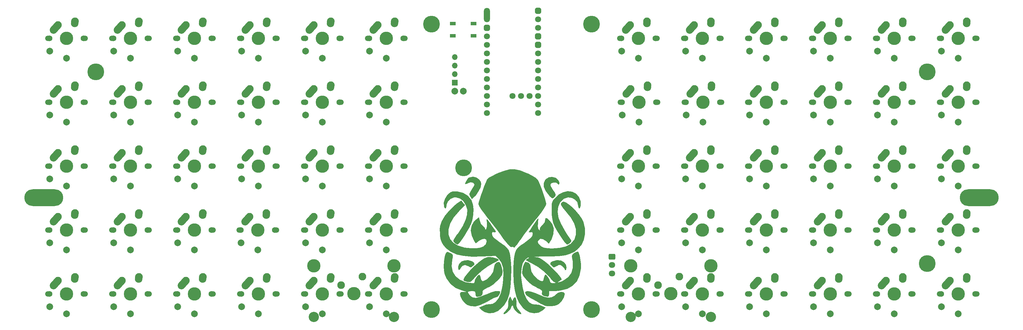
<source format=gbr>
%TF.GenerationSoftware,KiCad,Pcbnew,7.0.8-unknown-202310192121~e85eec2e6b~ubuntu22.04.1*%
%TF.CreationDate,2023-11-07T13:39:59+08:00*%
%TF.ProjectId,Cthulhu,43746875-6c68-4752-9e6b-696361645f70,rev?*%
%TF.SameCoordinates,Original*%
%TF.FileFunction,Soldermask,Top*%
%TF.FilePolarity,Negative*%
%FSLAX46Y46*%
G04 Gerber Fmt 4.6, Leading zero omitted, Abs format (unit mm)*
G04 Created by KiCad (PCBNEW 7.0.8-unknown-202310192121~e85eec2e6b~ubuntu22.04.1) date 2023-11-07 13:39:59*
%MOMM*%
%LPD*%
G01*
G04 APERTURE LIST*
G04 Aperture macros list*
%AMRoundRect*
0 Rectangle with rounded corners*
0 $1 Rounding radius*
0 $2 $3 $4 $5 $6 $7 $8 $9 X,Y pos of 4 corners*
0 Add a 4 corners polygon primitive as box body*
4,1,4,$2,$3,$4,$5,$6,$7,$8,$9,$2,$3,0*
0 Add four circle primitives for the rounded corners*
1,1,$1+$1,$2,$3*
1,1,$1+$1,$4,$5*
1,1,$1+$1,$6,$7*
1,1,$1+$1,$8,$9*
0 Add four rect primitives between the rounded corners*
20,1,$1+$1,$2,$3,$4,$5,0*
20,1,$1+$1,$4,$5,$6,$7,0*
20,1,$1+$1,$6,$7,$8,$9,0*
20,1,$1+$1,$8,$9,$2,$3,0*%
%AMHorizOval*
0 Thick line with rounded ends*
0 $1 width*
0 $2 $3 position (X,Y) of the first rounded end (center of the circle)*
0 $4 $5 position (X,Y) of the second rounded end (center of the circle)*
0 Add line between two ends*
20,1,$1,$2,$3,$4,$5,0*
0 Add two circle primitives to create the rounded ends*
1,1,$1,$2,$3*
1,1,$1,$4,$5*%
G04 Aperture macros list end*
%ADD10O,11.600000X5.000000*%
%ADD11C,5.000000*%
%ADD12C,1.700000*%
%ADD13C,1.750000*%
%ADD14C,3.987800*%
%ADD15C,2.000000*%
%ADD16HorizOval,2.250000X0.019771X0.290016X-0.019771X-0.290016X0*%
%ADD17C,2.250000*%
%ADD18HorizOval,2.250000X0.654995X0.730004X-0.654995X-0.730004X0*%
%ADD19C,3.048000*%
%ADD20C,2.286000*%
%ADD21R,1.800000X1.100000*%
%ADD22R,1.700000X1.700000*%
%ADD23O,1.700000X1.700000*%
%ADD24RoundRect,0.250000X-0.725000X0.600000X-0.725000X-0.600000X0.725000X-0.600000X0.725000X0.600000X0*%
%ADD25O,1.950000X1.700000*%
%ADD26C,1.800000*%
%ADD27RoundRect,0.450000X0.450000X0.450000X-0.450000X0.450000X-0.450000X-0.450000X0.450000X-0.450000X0*%
%ADD28O,1.800000X4.340000*%
G04 APERTURE END LIST*
%TO.C,G\u002A\u002A\u002A*%
G36*
X180359548Y-125920908D02*
G01*
X180361616Y-125921850D01*
X180972219Y-126353293D01*
X181016088Y-126859077D01*
X180558842Y-127427429D01*
X180155567Y-127728123D01*
X179773296Y-127728793D01*
X179164510Y-127424720D01*
X179121188Y-127400005D01*
X178222968Y-127092470D01*
X177498318Y-127324910D01*
X176898997Y-128113275D01*
X176885798Y-128139072D01*
X176582348Y-128540769D01*
X176380684Y-128567748D01*
X176239535Y-128164203D01*
X176189970Y-127580180D01*
X176445218Y-126717815D01*
X177122496Y-126067955D01*
X178089108Y-125683350D01*
X179212357Y-125616751D01*
X180359548Y-125920908D01*
G37*
G36*
X206791791Y-125708500D02*
G01*
X207759607Y-126247790D01*
X207808772Y-126295354D01*
X208292498Y-126999787D01*
X208509105Y-127768459D01*
X208422162Y-128399857D01*
X208228607Y-128617565D01*
X207980485Y-128553379D01*
X207939970Y-128352617D01*
X207717547Y-127893842D01*
X207182743Y-127413127D01*
X207182389Y-127412895D01*
X206626643Y-127100596D01*
X206187435Y-127099380D01*
X205565466Y-127409705D01*
X205555563Y-127415387D01*
X204940412Y-127728092D01*
X204556352Y-127731417D01*
X204148496Y-127427542D01*
X204148372Y-127427429D01*
X203674359Y-126816174D01*
X203762050Y-126317655D01*
X204345597Y-125921850D01*
X205596108Y-125593632D01*
X206791791Y-125708500D01*
G37*
G36*
X186500046Y-124800644D02*
G01*
X187398707Y-125004775D01*
X188059770Y-125281044D01*
X188312698Y-125573085D01*
X188074359Y-125784219D01*
X187452570Y-126154993D01*
X186670946Y-126560453D01*
X185053530Y-127492670D01*
X183420688Y-128672262D01*
X181964463Y-129947873D01*
X180952470Y-131067413D01*
X180315086Y-131800875D01*
X179748337Y-132117549D01*
X179041117Y-132104496D01*
X178643380Y-132019702D01*
X178039065Y-131789609D01*
X177804675Y-131633002D01*
X177811830Y-131269114D01*
X178178638Y-130607368D01*
X178833544Y-129733706D01*
X179704992Y-128734069D01*
X180721425Y-127694400D01*
X181811288Y-126700640D01*
X182140596Y-126425353D01*
X183171597Y-125606846D01*
X183916746Y-125100205D01*
X184520745Y-124832760D01*
X185128296Y-124731841D01*
X185534381Y-124720974D01*
X186500046Y-124800644D01*
G37*
G36*
X205241848Y-101069922D02*
G01*
X206015602Y-101743776D01*
X206346840Y-102423815D01*
X206354955Y-102938614D01*
X206100527Y-103078132D01*
X205775198Y-102784610D01*
X205339398Y-102538600D01*
X204662126Y-102506097D01*
X204021162Y-102665502D01*
X203708518Y-102945308D01*
X203769741Y-103443189D01*
X204144011Y-104205666D01*
X204439168Y-104652153D01*
X205026208Y-105511618D01*
X205279874Y-106066924D01*
X205224979Y-106466622D01*
X204886334Y-106859262D01*
X204818232Y-106921636D01*
X204462365Y-107180831D01*
X204141544Y-107141782D01*
X203684237Y-106748516D01*
X203407364Y-106461258D01*
X202317746Y-105082398D01*
X201735815Y-103796952D01*
X201670086Y-102643230D01*
X202129075Y-101659544D01*
X202298441Y-101472626D01*
X203222788Y-100896642D01*
X204257416Y-100774976D01*
X205241848Y-101069922D01*
G37*
G36*
X181653647Y-101000154D02*
G01*
X182507509Y-101562131D01*
X183026668Y-102373094D01*
X183117243Y-102927307D01*
X182909179Y-103933036D01*
X182357707Y-105090712D01*
X181571910Y-106193818D01*
X181165354Y-106622679D01*
X180315142Y-107430066D01*
X179840014Y-106704928D01*
X179588607Y-106260339D01*
X179556721Y-105871165D01*
X179778788Y-105353219D01*
X180230837Y-104614327D01*
X180780248Y-103717498D01*
X181028685Y-103169501D01*
X180997178Y-102840046D01*
X180706753Y-102598844D01*
X180568498Y-102522188D01*
X179898111Y-102415798D01*
X179226691Y-102661513D01*
X178630585Y-102918880D01*
X178297063Y-102966142D01*
X178290516Y-102960914D01*
X178305107Y-102622519D01*
X178575769Y-102051281D01*
X178979078Y-101449358D01*
X179391613Y-101018911D01*
X179522220Y-100943451D01*
X180610184Y-100767237D01*
X181653647Y-101000154D01*
G37*
G36*
X197962717Y-134987669D02*
G01*
X199218549Y-135406852D01*
X200187285Y-135833474D01*
X201785752Y-136510086D01*
X203032211Y-136813297D01*
X204012764Y-136745609D01*
X204813513Y-136309526D01*
X205152441Y-135977792D01*
X205910396Y-135334741D01*
X206758932Y-135116013D01*
X206931970Y-135111883D01*
X207625202Y-135175285D01*
X207905299Y-135426553D01*
X207939970Y-135703489D01*
X207710420Y-136676259D01*
X207094586Y-137745899D01*
X206375942Y-138557387D01*
X205708170Y-139021812D01*
X204835637Y-139273472D01*
X203967267Y-139362508D01*
X202938977Y-139379107D01*
X202132627Y-139231467D01*
X201273882Y-138850127D01*
X200724061Y-138541359D01*
X199615204Y-137908167D01*
X198471161Y-137272371D01*
X197851906Y-136937915D01*
X197060422Y-136473975D01*
X196488784Y-136057647D01*
X196340985Y-135901059D01*
X196117981Y-135286271D01*
X196353334Y-134928417D01*
X196987945Y-134828537D01*
X197962717Y-134987669D01*
G37*
G36*
X192071942Y-137145363D02*
G01*
X192439708Y-137832541D01*
X192694093Y-137144874D01*
X192975195Y-136694593D01*
X193247201Y-136743634D01*
X193458177Y-137215640D01*
X193556194Y-138034252D01*
X193553478Y-138408496D01*
X193598844Y-139351271D01*
X193898004Y-140081545D01*
X194402091Y-140728118D01*
X194909477Y-141356247D01*
X195027480Y-141670238D01*
X194814714Y-141750519D01*
X194271571Y-141536342D01*
X193611065Y-141014229D01*
X193016346Y-140364811D01*
X192670565Y-139768717D01*
X192642243Y-139607949D01*
X192493044Y-139209801D01*
X192353607Y-139152792D01*
X192101123Y-139388067D01*
X192064970Y-139607949D01*
X191847804Y-140143616D01*
X191318405Y-140795031D01*
X190659924Y-141381565D01*
X190055512Y-141722587D01*
X189892500Y-141750519D01*
X189681449Y-141654351D01*
X189829907Y-141314576D01*
X190333751Y-140695512D01*
X190921259Y-139924033D01*
X191141075Y-139286245D01*
X191113593Y-138737938D01*
X191124017Y-137859624D01*
X191335651Y-137146778D01*
X191704175Y-136458185D01*
X192071942Y-137145363D01*
G37*
G36*
X175955260Y-105153487D02*
G01*
X177666555Y-105546222D01*
X179100169Y-106434264D01*
X180197877Y-107779637D01*
X180320520Y-108000587D01*
X180648248Y-109057791D01*
X180771945Y-110468356D01*
X180700472Y-112049061D01*
X180442685Y-113616684D01*
X180007445Y-114988003D01*
X179979617Y-115051655D01*
X179507277Y-116001118D01*
X178884121Y-117099964D01*
X178183269Y-118237381D01*
X177477836Y-119302556D01*
X176840941Y-120184678D01*
X176345700Y-120772934D01*
X176081421Y-120959521D01*
X175604481Y-120790518D01*
X175251902Y-120566906D01*
X174845565Y-120142770D01*
X174746789Y-119899761D01*
X174903222Y-119549530D01*
X175321023Y-118856805D01*
X175922940Y-117946622D01*
X176204520Y-117540318D01*
X177547833Y-115453171D01*
X178436286Y-113642260D01*
X178886150Y-112050234D01*
X178913697Y-110619745D01*
X178540789Y-109306035D01*
X177750496Y-108050176D01*
X176724803Y-107235909D01*
X175546580Y-106919022D01*
X175035425Y-106946292D01*
X173987815Y-107346873D01*
X173180020Y-108115596D01*
X172756875Y-109096090D01*
X172726334Y-109439342D01*
X172615488Y-110108415D01*
X172358876Y-110251341D01*
X172070384Y-109852702D01*
X171972389Y-109541416D01*
X171949922Y-108424195D01*
X172326998Y-107217509D01*
X173019402Y-106146890D01*
X173367178Y-105806093D01*
X173971166Y-105361353D01*
X174555183Y-105151660D01*
X175351564Y-105118428D01*
X175955260Y-105153487D01*
G37*
G36*
X210172272Y-105196962D02*
G01*
X211330482Y-105798410D01*
X211362194Y-105824738D01*
X212214953Y-106856525D01*
X212692096Y-108104736D01*
X212715564Y-109359695D01*
X212702251Y-109424246D01*
X212456511Y-110100518D01*
X212194966Y-110251117D01*
X212012779Y-109874051D01*
X211980880Y-109439342D01*
X211729143Y-108382719D01*
X211063320Y-107572272D01*
X210117495Y-107073191D01*
X209025751Y-106950667D01*
X207922168Y-107269891D01*
X207737506Y-107376227D01*
X206643803Y-108374160D01*
X206004903Y-109678094D01*
X205828610Y-111228743D01*
X206122730Y-112966819D01*
X206784134Y-114618701D01*
X207467372Y-115884223D01*
X208265125Y-117234955D01*
X208845382Y-118138659D01*
X209403795Y-118989019D01*
X209803801Y-119649926D01*
X209960361Y-119980724D01*
X209960425Y-119982975D01*
X209738542Y-120322362D01*
X209243609Y-120705181D01*
X208731705Y-120944060D01*
X208625792Y-120959521D01*
X208335468Y-120736682D01*
X207827198Y-120131583D01*
X207187701Y-119252293D01*
X206838102Y-118731769D01*
X205776978Y-117054514D01*
X205021614Y-115692304D01*
X204522052Y-114505535D01*
X204228331Y-113354604D01*
X204090492Y-112099904D01*
X204059093Y-110966247D01*
X204062690Y-109698602D01*
X204116529Y-108847409D01*
X204257896Y-108251990D01*
X204524075Y-107751671D01*
X204929811Y-107213974D01*
X206097319Y-106096958D01*
X207438415Y-105371565D01*
X208835824Y-105063123D01*
X210172272Y-105196962D01*
G37*
G36*
X194703002Y-98898752D02*
G01*
X196532196Y-99611979D01*
X197022033Y-99836168D01*
X198166165Y-100418773D01*
X199139420Y-101002001D01*
X199797369Y-101495331D01*
X199962280Y-101678932D01*
X200298420Y-102333702D01*
X200726928Y-103358378D01*
X201196374Y-104604596D01*
X201655327Y-105923993D01*
X202052358Y-107168205D01*
X202336037Y-108188869D01*
X202454932Y-108837622D01*
X202455793Y-108872118D01*
X202294593Y-109389099D01*
X201798926Y-110238885D01*
X200950816Y-111448318D01*
X199732287Y-113044238D01*
X199266215Y-113634618D01*
X198085466Y-115139359D01*
X196900131Y-116682554D01*
X195812440Y-118128875D01*
X194924624Y-119342994D01*
X194530981Y-119902869D01*
X193820736Y-120879905D01*
X193247322Y-121555927D01*
X192878073Y-121856055D01*
X192789537Y-121839424D01*
X192389537Y-121648691D01*
X192076459Y-121686645D01*
X191763784Y-121651919D01*
X191344292Y-121329536D01*
X190758865Y-120657814D01*
X189948384Y-119575073D01*
X189643793Y-119148578D01*
X188719395Y-117876800D01*
X187567863Y-116340558D01*
X186327622Y-114722164D01*
X185137099Y-113203928D01*
X184989832Y-113019204D01*
X184016333Y-111761732D01*
X183199589Y-110631397D01*
X182601863Y-109720061D01*
X182285421Y-109119591D01*
X182251334Y-108978863D01*
X182352907Y-108412452D01*
X182624602Y-107458955D01*
X183016884Y-106255338D01*
X183480219Y-104938569D01*
X183965070Y-103645615D01*
X184421903Y-102513445D01*
X184801183Y-101679026D01*
X185026609Y-101305057D01*
X185463332Y-100992780D01*
X186295889Y-100531540D01*
X187387143Y-99994152D01*
X188141690Y-99651056D01*
X189998431Y-98929071D01*
X191600986Y-98560734D01*
X193114221Y-98549482D01*
X194703002Y-98898752D01*
G37*
G36*
X173556115Y-123355218D02*
G01*
X174256692Y-123696536D01*
X174595189Y-124070184D01*
X174640207Y-124649701D01*
X174460347Y-125608627D01*
X174455490Y-125630354D01*
X174296883Y-127460653D01*
X174655192Y-129080820D01*
X175493137Y-130442300D01*
X176773434Y-131496537D01*
X178458800Y-132194976D01*
X179673347Y-132425979D01*
X180521465Y-132503073D01*
X180944335Y-132444021D01*
X181086177Y-132207284D01*
X181096789Y-132016012D01*
X181255395Y-131450324D01*
X181636486Y-130773378D01*
X182097968Y-130193510D01*
X182497747Y-129919055D01*
X182528797Y-129916428D01*
X182731340Y-130168483D01*
X182925822Y-130788817D01*
X182953881Y-130926655D01*
X183152872Y-131626545D01*
X183478292Y-131886085D01*
X184045747Y-131732536D01*
X184728284Y-131345061D01*
X185828339Y-130380796D01*
X186599534Y-129130903D01*
X186923581Y-127788349D01*
X186924688Y-127761891D01*
X187163173Y-126801800D01*
X187778431Y-126270395D01*
X188403775Y-126164155D01*
X188707281Y-126422272D01*
X189019952Y-127082165D01*
X189284724Y-127972151D01*
X189444533Y-128920545D01*
X189467243Y-129363691D01*
X189232771Y-130119137D01*
X188604009Y-131037561D01*
X187692939Y-132004575D01*
X186611543Y-132905790D01*
X185471801Y-133626818D01*
X185131644Y-133792504D01*
X184186004Y-134240503D01*
X183673611Y-134574261D01*
X183490174Y-134890005D01*
X183528327Y-135271821D01*
X183451471Y-135938751D01*
X182902826Y-136390748D01*
X181981673Y-136555065D01*
X181546933Y-136426487D01*
X181392759Y-135938767D01*
X181385425Y-135691233D01*
X181342833Y-135139715D01*
X181104910Y-134902828D01*
X180506431Y-134863426D01*
X180230880Y-134872641D01*
X179419069Y-134947633D01*
X179133459Y-135158835D01*
X179324585Y-135613885D01*
X179674556Y-136083185D01*
X180433946Y-136681874D01*
X181457775Y-136850470D01*
X182783291Y-136587070D01*
X184447742Y-135889768D01*
X184560425Y-135833474D01*
X186096051Y-135168590D01*
X187352917Y-134847836D01*
X187713205Y-134823246D01*
X188441333Y-134844457D01*
X188716162Y-134990408D01*
X188661665Y-135384574D01*
X188564400Y-135671036D01*
X188050960Y-136435706D01*
X187497028Y-136690204D01*
X186896534Y-136915770D01*
X185977376Y-137365204D01*
X184908824Y-137953895D01*
X184573590Y-138151505D01*
X182857042Y-139026460D01*
X181365838Y-139430982D01*
X180010201Y-139378315D01*
X178905045Y-138987735D01*
X178137119Y-138387684D01*
X177428048Y-137475407D01*
X176924386Y-136474780D01*
X176767243Y-135722015D01*
X176865162Y-135311591D01*
X177263167Y-135129355D01*
X177849630Y-135087336D01*
X178438466Y-135065764D01*
X178577386Y-135014047D01*
X178228294Y-134897179D01*
X177425643Y-134697732D01*
X175497678Y-133953981D01*
X173919655Y-132760476D01*
X172732011Y-131154750D01*
X172154327Y-129804763D01*
X171967215Y-128786670D01*
X171912083Y-127457410D01*
X171978607Y-126037286D01*
X172156466Y-124746606D01*
X172435338Y-123805673D01*
X172435414Y-123805510D01*
X172753102Y-123281604D01*
X173136841Y-123205245D01*
X173556115Y-123355218D01*
G37*
G36*
X177673438Y-108535411D02*
G01*
X178224191Y-109215563D01*
X176482197Y-111029670D01*
X174908659Y-112923537D01*
X173868286Y-114739136D01*
X173349268Y-116438646D01*
X173339798Y-117984243D01*
X173828066Y-119338106D01*
X174802263Y-120462412D01*
X176250581Y-121319340D01*
X178161210Y-121871067D01*
X179927214Y-122063541D01*
X181604338Y-122079907D01*
X182822214Y-121933939D01*
X183682770Y-121598663D01*
X184287936Y-121047107D01*
X184407559Y-120877936D01*
X184719965Y-120105891D01*
X184587988Y-119559605D01*
X184116268Y-119286457D01*
X183409445Y-119333830D01*
X182572159Y-119749102D01*
X182329497Y-119936996D01*
X181497460Y-120637109D01*
X181084846Y-120009155D01*
X180275411Y-118386236D01*
X179982261Y-116816299D01*
X180200476Y-115365883D01*
X180925140Y-114101530D01*
X181566925Y-113486457D01*
X182395652Y-112834562D01*
X182644198Y-113885308D01*
X183012298Y-114752012D01*
X183565264Y-115376463D01*
X183582266Y-115387846D01*
X184091833Y-115872574D01*
X184280566Y-116311556D01*
X184330818Y-116595523D01*
X184520287Y-116382438D01*
X184603538Y-116242634D01*
X184770762Y-115578171D01*
X184763084Y-114607147D01*
X184736309Y-114378159D01*
X184657772Y-113740175D01*
X184669730Y-113410004D01*
X184822673Y-113422408D01*
X185167095Y-113812154D01*
X185753486Y-114614004D01*
X186388961Y-115516029D01*
X187036994Y-116453121D01*
X187377586Y-117008946D01*
X187441186Y-117270289D01*
X187258244Y-117323935D01*
X187010099Y-117286358D01*
X186467327Y-117277608D01*
X186295335Y-117606710D01*
X186292243Y-117704885D01*
X186395440Y-118267854D01*
X186757652Y-118825568D01*
X187457813Y-119462334D01*
X188574859Y-120262457D01*
X188873011Y-120461256D01*
X189928805Y-121206963D01*
X190710610Y-121918522D01*
X191261931Y-122701877D01*
X191626268Y-123662970D01*
X191847126Y-124907745D01*
X191968007Y-126542146D01*
X192020155Y-128125582D01*
X192012934Y-131142987D01*
X191823556Y-133669686D01*
X191437975Y-135767224D01*
X190842143Y-137497147D01*
X190022015Y-138921002D01*
X189380299Y-139692323D01*
X188093469Y-140741104D01*
X186710427Y-141338650D01*
X185332587Y-141469157D01*
X184061364Y-141116823D01*
X183351812Y-140631746D01*
X182422728Y-139801610D01*
X183570458Y-139216081D01*
X184637340Y-138825573D01*
X185504682Y-138780900D01*
X186504408Y-138698349D01*
X187422262Y-138088596D01*
X188227581Y-136999436D01*
X188889706Y-135478662D01*
X189377975Y-133574069D01*
X189549480Y-132475814D01*
X189724140Y-130025844D01*
X189582075Y-127991399D01*
X189127537Y-126396899D01*
X188364779Y-125266763D01*
X188280388Y-125187973D01*
X187352366Y-124356108D01*
X183422083Y-124555614D01*
X180389112Y-124597449D01*
X177833756Y-124380301D01*
X175711169Y-123890701D01*
X173976505Y-123115181D01*
X172584917Y-122040273D01*
X171754982Y-121051780D01*
X171278325Y-120271762D01*
X170991401Y-119472733D01*
X170829824Y-118435077D01*
X170772095Y-117699313D01*
X170725474Y-116464961D01*
X170800868Y-115556763D01*
X171036396Y-114729732D01*
X171347461Y-114001451D01*
X172254833Y-112454159D01*
X173515256Y-110867602D01*
X174956530Y-109441996D01*
X175912065Y-108694219D01*
X177122684Y-107855259D01*
X177673438Y-108535411D01*
G37*
G36*
X208476262Y-108522181D02*
G01*
X209396008Y-109158410D01*
X210396824Y-110030371D01*
X211395830Y-111058692D01*
X212310144Y-112163999D01*
X213056886Y-113266919D01*
X213553176Y-114288080D01*
X213584057Y-114377264D01*
X213948734Y-116123660D01*
X213956711Y-117935551D01*
X213625523Y-119629510D01*
X212972708Y-121022107D01*
X212944931Y-121062167D01*
X212019826Y-122188047D01*
X210964252Y-123061595D01*
X209699755Y-123708631D01*
X208147885Y-124154975D01*
X206230188Y-124426450D01*
X203868212Y-124548875D01*
X202311561Y-124561921D01*
X200878723Y-124563117D01*
X199792879Y-124575182D01*
X199114559Y-124596403D01*
X198904294Y-124625069D01*
X199115738Y-124652356D01*
X199829240Y-124741994D01*
X200453213Y-124942838D01*
X201127177Y-125330059D01*
X201990653Y-125978828D01*
X202779603Y-126626375D01*
X203728235Y-127471139D01*
X204689608Y-128417312D01*
X205583582Y-129373612D01*
X206330015Y-130248760D01*
X206848768Y-130951477D01*
X207059702Y-131390483D01*
X207036443Y-131474926D01*
X206727957Y-131669805D01*
X206352470Y-131885538D01*
X205981824Y-132140131D01*
X206044419Y-132219963D01*
X206429963Y-132144737D01*
X207028168Y-131934159D01*
X207635549Y-131656299D01*
X209015006Y-130694118D01*
X209919694Y-129445607D01*
X210356916Y-127889535D01*
X210333974Y-126004672D01*
X210071389Y-124574790D01*
X210144213Y-124042796D01*
X210696523Y-123546960D01*
X210813279Y-123475736D01*
X211468587Y-123171718D01*
X211924807Y-123105985D01*
X211961873Y-123121727D01*
X212231495Y-123551975D01*
X212478142Y-124400048D01*
X212674905Y-125506513D01*
X212794871Y-126711937D01*
X212811131Y-127856885D01*
X212798566Y-128078671D01*
X212409595Y-130189241D01*
X211586718Y-131924721D01*
X210348497Y-133268514D01*
X208713492Y-134204021D01*
X206700267Y-134714645D01*
X205270084Y-134810577D01*
X203321789Y-134823246D01*
X203321789Y-135689155D01*
X203222300Y-136312224D01*
X202861140Y-136541585D01*
X202144265Y-136411973D01*
X201746422Y-136271041D01*
X201215539Y-135957238D01*
X201134494Y-135478711D01*
X201174831Y-135287982D01*
X201217015Y-134890824D01*
X201037609Y-134575850D01*
X200532171Y-134245394D01*
X199596256Y-133801792D01*
X199575569Y-133792504D01*
X198440262Y-133148720D01*
X197329343Y-132290061D01*
X196354793Y-131330915D01*
X195628594Y-130385672D01*
X195262727Y-129568720D01*
X195239970Y-129363691D01*
X195325764Y-128450568D01*
X195545100Y-127509869D01*
X195840915Y-126713279D01*
X196156145Y-126232481D01*
X196303439Y-126164155D01*
X197196246Y-126392810D01*
X197716218Y-127050622D01*
X197837698Y-127799901D01*
X198102518Y-129093161D01*
X198823789Y-130317001D01*
X199891726Y-131289655D01*
X199978929Y-131345061D01*
X200814499Y-131801000D01*
X201318138Y-131865048D01*
X201605450Y-131509945D01*
X201753332Y-130926655D01*
X201937016Y-130260830D01*
X202144505Y-129925865D01*
X202178416Y-129916428D01*
X202558282Y-130146888D01*
X203020164Y-130698901D01*
X203418698Y-131363416D01*
X203608518Y-131931381D01*
X203610425Y-131975808D01*
X203721235Y-132333830D01*
X204152377Y-132471654D01*
X204692811Y-132474848D01*
X205232573Y-132425896D01*
X205301196Y-132349689D01*
X205186928Y-132318470D01*
X204678704Y-132035525D01*
X204020085Y-131439169D01*
X203621828Y-130986754D01*
X201949541Y-129220664D01*
X199997945Y-127668957D01*
X198098845Y-126560404D01*
X197229435Y-126121837D01*
X196615355Y-125763057D01*
X196394516Y-125568725D01*
X196622629Y-125320288D01*
X197043948Y-125073253D01*
X197395040Y-124839879D01*
X197310381Y-124740509D01*
X196875724Y-124917877D01*
X196272978Y-125382737D01*
X196110582Y-125537775D01*
X195449522Y-126585298D01*
X195068193Y-128107652D01*
X194972301Y-130071577D01*
X195069305Y-131605119D01*
X195410481Y-133869244D01*
X195931417Y-135758137D01*
X196608846Y-137229893D01*
X197419503Y-138242610D01*
X198340122Y-138754384D01*
X199058094Y-138789138D01*
X200250430Y-138878566D01*
X201143478Y-139224179D01*
X202284486Y-139801610D01*
X201355402Y-140631746D01*
X200214701Y-141282664D01*
X198852782Y-141466807D01*
X197405889Y-141170679D01*
X197116107Y-141051651D01*
X196366255Y-140590739D01*
X195552024Y-139913699D01*
X195330015Y-139691926D01*
X194324488Y-138345705D01*
X193566628Y-136668576D01*
X193045434Y-134612008D01*
X192749905Y-132127476D01*
X192669040Y-129166452D01*
X192688552Y-128040292D01*
X192763760Y-126077078D01*
X192899259Y-124582947D01*
X193140440Y-123449901D01*
X193532696Y-122569942D01*
X194121417Y-121835072D01*
X194951995Y-121137294D01*
X195852572Y-120512260D01*
X197081763Y-119641150D01*
X197867329Y-118933612D01*
X198286065Y-118303406D01*
X198414767Y-117664290D01*
X198414970Y-117634694D01*
X198248277Y-117283306D01*
X197837698Y-117300060D01*
X197375585Y-117355613D01*
X197260425Y-117288788D01*
X197410234Y-116993251D01*
X197797956Y-116374007D01*
X198331036Y-115566880D01*
X198916917Y-114707696D01*
X199463043Y-113932278D01*
X199876860Y-113376451D01*
X200063360Y-113175519D01*
X200090451Y-113432075D01*
X200043945Y-114085370D01*
X199990854Y-114546542D01*
X199937686Y-115581741D01*
X200122768Y-116271721D01*
X200270258Y-116494837D01*
X200581595Y-116860882D01*
X200614771Y-116771831D01*
X200540891Y-116544377D01*
X200589957Y-115995777D01*
X201123232Y-115319886D01*
X201261773Y-115189625D01*
X201946571Y-114350517D01*
X202167243Y-113614589D01*
X202224745Y-113099637D01*
X202484981Y-113051325D01*
X202724443Y-113164777D01*
X203527369Y-113853778D01*
X204210439Y-114897945D01*
X204637301Y-116075406D01*
X204687205Y-116358587D01*
X204605759Y-117873051D01*
X203983794Y-119491152D01*
X203668538Y-120029166D01*
X203257318Y-120677132D01*
X202401498Y-119957007D01*
X201446662Y-119357649D01*
X200660369Y-119305228D01*
X200147988Y-119668392D01*
X199953072Y-120089605D01*
X200131908Y-120610053D01*
X200272059Y-120835821D01*
X200863807Y-121482979D01*
X201692156Y-121885560D01*
X202875755Y-122084016D01*
X204047963Y-122123246D01*
X206391189Y-121972468D01*
X208263795Y-121522297D01*
X209653183Y-120775977D01*
X209821239Y-120636839D01*
X210826086Y-119409641D01*
X211317644Y-117977294D01*
X211302932Y-116384696D01*
X210788968Y-114676745D01*
X209782774Y-112898339D01*
X208336812Y-111141839D01*
X207429756Y-110127264D01*
X206939391Y-109388853D01*
X206832263Y-108841368D01*
X207074920Y-108399565D01*
X207211500Y-108274410D01*
X207720466Y-108201057D01*
X208476262Y-108522181D01*
G37*
%TD*%
D10*
%TO.C,*%
X52800362Y-107029695D03*
%TD*%
D11*
%TO.C,*%
X215916124Y-140367223D03*
%TD*%
D10*
%TO.C,*%
X331406846Y-107029695D03*
%TD*%
D11*
%TO.C,*%
X168291084Y-55237464D03*
%TD*%
%TO.C,*%
X68278500Y-69524976D03*
%TD*%
%TO.C,*%
X315928708Y-126675024D03*
%TD*%
%TO.C,*%
X315928708Y-69524976D03*
%TD*%
%TO.C,*%
X215916124Y-55237464D03*
%TD*%
%TO.C,*%
X168291084Y-140367223D03*
%TD*%
%TO.C,*%
X177816092Y-98100000D03*
%TD*%
D12*
%TO.C,S41*%
X130225000Y-116675000D03*
X130225000Y-116675000D03*
D13*
X130645000Y-116675000D03*
X130645000Y-116675000D03*
D14*
X135725000Y-116675000D03*
X135725000Y-116675000D03*
D13*
X140805000Y-116675000D03*
X140805000Y-116675000D03*
D12*
X141225000Y-116675000D03*
X141225000Y-116675000D03*
D15*
X130725000Y-120475000D03*
D16*
X138244771Y-111884984D03*
D17*
X138265000Y-111595000D03*
D18*
X132569995Y-113404996D03*
D17*
X133225000Y-112675000D03*
D15*
X135725000Y-122575000D03*
%TD*%
D12*
%TO.C,S39*%
X92125000Y-116675000D03*
X92125000Y-116675000D03*
D13*
X92545000Y-116675000D03*
X92545000Y-116675000D03*
D14*
X97625000Y-116675000D03*
X97625000Y-116675000D03*
D13*
X102705000Y-116675000D03*
X102705000Y-116675000D03*
D12*
X103125000Y-116675000D03*
X103125000Y-116675000D03*
D15*
X92625000Y-120475000D03*
D16*
X100144771Y-111884984D03*
D17*
X100165000Y-111595000D03*
D18*
X94469995Y-113404996D03*
D17*
X95125000Y-112675000D03*
D15*
X97625000Y-122575000D03*
%TD*%
D12*
%TO.C,S9*%
X262541092Y-59525000D03*
X262541092Y-59525000D03*
D13*
X262961092Y-59525000D03*
X262961092Y-59525000D03*
D14*
X268041092Y-59525000D03*
X268041092Y-59525000D03*
D13*
X273121092Y-59525000D03*
X273121092Y-59525000D03*
D12*
X273541092Y-59525000D03*
X273541092Y-59525000D03*
D15*
X263041092Y-63325000D03*
D16*
X270560863Y-54734984D03*
D17*
X270581092Y-54445000D03*
D18*
X264886087Y-56254996D03*
D17*
X265541092Y-55525000D03*
D15*
X268041092Y-65425000D03*
%TD*%
D12*
%TO.C,S48*%
X319691092Y-116675000D03*
X319691092Y-116675000D03*
D13*
X320111092Y-116675000D03*
X320111092Y-116675000D03*
D14*
X325191092Y-116675000D03*
X325191092Y-116675000D03*
D13*
X330271092Y-116675000D03*
X330271092Y-116675000D03*
D12*
X330691092Y-116675000D03*
X330691092Y-116675000D03*
D15*
X320191092Y-120475000D03*
D16*
X327710863Y-111884984D03*
D17*
X327731092Y-111595000D03*
D18*
X322036087Y-113404996D03*
D17*
X322691092Y-112675000D03*
D15*
X325191092Y-122575000D03*
%TD*%
D12*
%TO.C,S58*%
X281591092Y-135725000D03*
X281591092Y-135725000D03*
D13*
X282011092Y-135725000D03*
X282011092Y-135725000D03*
D14*
X287091092Y-135725000D03*
X287091092Y-135725000D03*
D13*
X292171092Y-135725000D03*
X292171092Y-135725000D03*
D12*
X292591092Y-135725000D03*
X292591092Y-135725000D03*
D15*
X282091092Y-139525000D03*
D16*
X289610863Y-130934984D03*
D17*
X289631092Y-130645000D03*
D18*
X283936087Y-132454996D03*
D17*
X284591092Y-131725000D03*
D15*
X287091092Y-141625000D03*
%TD*%
D12*
%TO.C,S33*%
X262541092Y-97625000D03*
X262541092Y-97625000D03*
D13*
X262961092Y-97625000D03*
X262961092Y-97625000D03*
D14*
X268041092Y-97625000D03*
X268041092Y-97625000D03*
D13*
X273121092Y-97625000D03*
X273121092Y-97625000D03*
D12*
X273541092Y-97625000D03*
X273541092Y-97625000D03*
D15*
X263041092Y-101425000D03*
D16*
X270560863Y-92834984D03*
D17*
X270581092Y-92545000D03*
D18*
X264886087Y-94354996D03*
D17*
X265541092Y-93625000D03*
D15*
X268041092Y-103525000D03*
%TD*%
D12*
%TO.C,S1*%
X54025000Y-59525000D03*
X54025000Y-59525000D03*
D13*
X54445000Y-59525000D03*
X54445000Y-59525000D03*
D14*
X59525000Y-59525000D03*
X59525000Y-59525000D03*
D13*
X64605000Y-59525000D03*
X64605000Y-59525000D03*
D12*
X65025000Y-59525000D03*
X65025000Y-59525000D03*
D15*
X54525000Y-63325000D03*
D16*
X62044771Y-54734984D03*
D17*
X62065000Y-54445000D03*
D18*
X56369995Y-56254996D03*
D17*
X57025000Y-55525000D03*
D15*
X59525000Y-65425000D03*
%TD*%
D12*
%TO.C,S2*%
X73075000Y-59525000D03*
X73075000Y-59525000D03*
D13*
X73495000Y-59525000D03*
X73495000Y-59525000D03*
D14*
X78575000Y-59525000D03*
X78575000Y-59525000D03*
D13*
X83655000Y-59525000D03*
X83655000Y-59525000D03*
D12*
X84075000Y-59525000D03*
X84075000Y-59525000D03*
D15*
X73575000Y-63325000D03*
D16*
X81094771Y-54734984D03*
D17*
X81115000Y-54445000D03*
D18*
X75419995Y-56254996D03*
D17*
X76075000Y-55525000D03*
D15*
X78575000Y-65425000D03*
%TD*%
D12*
%TO.C,S57*%
X262541092Y-135725000D03*
X262541092Y-135725000D03*
D13*
X262961092Y-135725000D03*
X262961092Y-135725000D03*
D14*
X268041092Y-135725000D03*
X268041092Y-135725000D03*
D13*
X273121092Y-135725000D03*
X273121092Y-135725000D03*
D12*
X273541092Y-135725000D03*
X273541092Y-135725000D03*
D15*
X263041092Y-139525000D03*
D16*
X270560863Y-130934984D03*
D17*
X270581092Y-130645000D03*
D18*
X264886087Y-132454996D03*
D17*
X265541092Y-131725000D03*
D15*
X268041092Y-141625000D03*
%TD*%
D12*
%TO.C,S32*%
X243491092Y-97625000D03*
X243491092Y-97625000D03*
D13*
X243911092Y-97625000D03*
X243911092Y-97625000D03*
D14*
X248991092Y-97625000D03*
X248991092Y-97625000D03*
D13*
X254071092Y-97625000D03*
X254071092Y-97625000D03*
D12*
X254491092Y-97625000D03*
X254491092Y-97625000D03*
D15*
X243991092Y-101425000D03*
D16*
X251510863Y-92834984D03*
D17*
X251531092Y-92545000D03*
D18*
X245836087Y-94354996D03*
D17*
X246491092Y-93625000D03*
D15*
X248991092Y-103525000D03*
%TD*%
D12*
%TO.C,S60*%
X319691092Y-135725000D03*
X319691092Y-135725000D03*
D13*
X320111092Y-135725000D03*
X320111092Y-135725000D03*
D14*
X325191092Y-135725000D03*
X325191092Y-135725000D03*
D13*
X330271092Y-135725000D03*
X330271092Y-135725000D03*
D12*
X330691092Y-135725000D03*
X330691092Y-135725000D03*
D15*
X320191092Y-139525000D03*
D16*
X327710863Y-130934984D03*
D17*
X327731092Y-130645000D03*
D18*
X322036087Y-132454996D03*
D17*
X322691092Y-131725000D03*
D15*
X325191092Y-141625000D03*
%TD*%
D12*
%TO.C,S8*%
X243491092Y-59525000D03*
X243491092Y-59525000D03*
D13*
X243911092Y-59525000D03*
X243911092Y-59525000D03*
D14*
X248991092Y-59525000D03*
X248991092Y-59525000D03*
D13*
X254071092Y-59525000D03*
X254071092Y-59525000D03*
D12*
X254491092Y-59525000D03*
X254491092Y-59525000D03*
D15*
X243991092Y-63325000D03*
D16*
X251510863Y-54734984D03*
D17*
X251531092Y-54445000D03*
D18*
X245836087Y-56254996D03*
D17*
X246491092Y-55525000D03*
D15*
X248991092Y-65425000D03*
%TD*%
D12*
%TO.C,S30*%
X149275000Y-97625000D03*
X149275000Y-97625000D03*
D13*
X149695000Y-97625000D03*
X149695000Y-97625000D03*
D14*
X154775000Y-97625000D03*
X154775000Y-97625000D03*
D13*
X159855000Y-97625000D03*
X159855000Y-97625000D03*
D12*
X160275000Y-97625000D03*
X160275000Y-97625000D03*
D15*
X149775000Y-101425000D03*
D16*
X157294771Y-92834984D03*
D17*
X157315000Y-92545000D03*
D18*
X151619995Y-94354996D03*
D17*
X152275000Y-93625000D03*
D15*
X154775000Y-103525000D03*
%TD*%
D12*
%TO.C,S14*%
X73075000Y-78575000D03*
X73075000Y-78575000D03*
D13*
X73495000Y-78575000D03*
X73495000Y-78575000D03*
D14*
X78575000Y-78575000D03*
X78575000Y-78575000D03*
D13*
X83655000Y-78575000D03*
X83655000Y-78575000D03*
D12*
X84075000Y-78575000D03*
X84075000Y-78575000D03*
D15*
X73575000Y-82375000D03*
D16*
X81094771Y-73784984D03*
D17*
X81115000Y-73495000D03*
D18*
X75419995Y-75304996D03*
D17*
X76075000Y-74575000D03*
D15*
X78575000Y-84475000D03*
%TD*%
D12*
%TO.C,S28*%
X111175000Y-97625000D03*
X111175000Y-97625000D03*
D13*
X111595000Y-97625000D03*
X111595000Y-97625000D03*
D14*
X116675000Y-97625000D03*
X116675000Y-97625000D03*
D13*
X121755000Y-97625000D03*
X121755000Y-97625000D03*
D12*
X122175000Y-97625000D03*
X122175000Y-97625000D03*
D15*
X111675000Y-101425000D03*
D16*
X119194771Y-92834984D03*
D17*
X119215000Y-92545000D03*
D18*
X113519995Y-94354996D03*
D17*
X114175000Y-93625000D03*
D15*
X116675000Y-103525000D03*
%TD*%
D12*
%TO.C,S53*%
X130225000Y-135725000D03*
X130225000Y-135725000D03*
D13*
X130645000Y-135725000D03*
X130645000Y-135725000D03*
D14*
X135725000Y-135725000D03*
X135725000Y-135725000D03*
D13*
X140805000Y-135725000D03*
X140805000Y-135725000D03*
D12*
X141225000Y-135725000D03*
X141225000Y-135725000D03*
D15*
X130725000Y-139525000D03*
D16*
X138244771Y-130934984D03*
D17*
X138265000Y-130645000D03*
D18*
X132569995Y-132454996D03*
D17*
X133225000Y-131725000D03*
D15*
X135725000Y-141625000D03*
%TD*%
D12*
%TO.C,S50*%
X73075000Y-135725000D03*
X73075000Y-135725000D03*
D13*
X73495000Y-135725000D03*
X73495000Y-135725000D03*
D14*
X78575000Y-135725000D03*
X78575000Y-135725000D03*
D13*
X83655000Y-135725000D03*
X83655000Y-135725000D03*
D12*
X84075000Y-135725000D03*
X84075000Y-135725000D03*
D15*
X73575000Y-139525000D03*
D16*
X81094771Y-130934984D03*
D17*
X81115000Y-130645000D03*
D18*
X75419995Y-132454996D03*
D17*
X76075000Y-131725000D03*
D15*
X78575000Y-141625000D03*
%TD*%
D12*
%TO.C,S42*%
X149275000Y-116675000D03*
X149275000Y-116675000D03*
D13*
X149695000Y-116675000D03*
X149695000Y-116675000D03*
D14*
X154775000Y-116675000D03*
X154775000Y-116675000D03*
D13*
X159855000Y-116675000D03*
X159855000Y-116675000D03*
D12*
X160275000Y-116675000D03*
X160275000Y-116675000D03*
D15*
X149775000Y-120475000D03*
D16*
X157294771Y-111884984D03*
D17*
X157315000Y-111595000D03*
D18*
X151619995Y-113404996D03*
D17*
X152275000Y-112675000D03*
D15*
X154775000Y-122575000D03*
%TD*%
D12*
%TO.C,S22*%
X281591092Y-78575000D03*
X281591092Y-78575000D03*
D13*
X282011092Y-78575000D03*
X282011092Y-78575000D03*
D14*
X287091092Y-78575000D03*
X287091092Y-78575000D03*
D13*
X292171092Y-78575000D03*
X292171092Y-78575000D03*
D12*
X292591092Y-78575000D03*
X292591092Y-78575000D03*
D15*
X282091092Y-82375000D03*
D16*
X289610863Y-73784984D03*
D17*
X289631092Y-73495000D03*
D18*
X283936087Y-75304996D03*
D17*
X284591092Y-74575000D03*
D15*
X287091092Y-84475000D03*
%TD*%
D12*
%TO.C,S20*%
X243618092Y-78575000D03*
X243618092Y-78575000D03*
D13*
X244038092Y-78575000D03*
X244038092Y-78575000D03*
D14*
X249118092Y-78575000D03*
X249118092Y-78575000D03*
D13*
X254198092Y-78575000D03*
X254198092Y-78575000D03*
D12*
X254618092Y-78575000D03*
X254618092Y-78575000D03*
D15*
X244118092Y-82375000D03*
D16*
X251637863Y-73784984D03*
D17*
X251658092Y-73495000D03*
D18*
X245963087Y-75304996D03*
D17*
X246618092Y-74575000D03*
D15*
X249118092Y-84475000D03*
%TD*%
%TO.C,J4*%
X177786092Y-75275000D03*
X175246092Y-75275000D03*
%TD*%
D12*
%TO.C,S49*%
X54025000Y-135725000D03*
X54025000Y-135725000D03*
D13*
X54445000Y-135725000D03*
X54445000Y-135725000D03*
D14*
X59525000Y-135725000D03*
X59525000Y-135725000D03*
D13*
X64605000Y-135725000D03*
X64605000Y-135725000D03*
D12*
X65025000Y-135725000D03*
X65025000Y-135725000D03*
D15*
X54525000Y-139525000D03*
D16*
X62044771Y-130934984D03*
D17*
X62065000Y-130645000D03*
D18*
X56369995Y-132454996D03*
D17*
X57025000Y-131725000D03*
D15*
X59525000Y-141625000D03*
%TD*%
D12*
%TO.C,S45*%
X262541092Y-116675000D03*
X262541092Y-116675000D03*
D13*
X262961092Y-116675000D03*
X262961092Y-116675000D03*
D14*
X268041092Y-116675000D03*
X268041092Y-116675000D03*
D13*
X273121092Y-116675000D03*
X273121092Y-116675000D03*
D12*
X273541092Y-116675000D03*
X273541092Y-116675000D03*
D15*
X263041092Y-120475000D03*
D16*
X270560863Y-111884984D03*
D17*
X270581092Y-111595000D03*
D18*
X264886087Y-113404996D03*
D17*
X265541092Y-112675000D03*
D15*
X268041092Y-122575000D03*
%TD*%
D12*
%TO.C,S44*%
X243491092Y-116675000D03*
X243491092Y-116675000D03*
D13*
X243911092Y-116675000D03*
X243911092Y-116675000D03*
D14*
X248991092Y-116675000D03*
X248991092Y-116675000D03*
D13*
X254071092Y-116675000D03*
X254071092Y-116675000D03*
D12*
X254491092Y-116675000D03*
X254491092Y-116675000D03*
D15*
X243991092Y-120475000D03*
D16*
X251510863Y-111884984D03*
D17*
X251531092Y-111595000D03*
D18*
X245836087Y-113404996D03*
D17*
X246491092Y-112675000D03*
D15*
X248991092Y-122575000D03*
%TD*%
D12*
%TO.C,S23*%
X300641092Y-78575000D03*
X300641092Y-78575000D03*
D13*
X301061092Y-78575000D03*
X301061092Y-78575000D03*
D14*
X306141092Y-78575000D03*
X306141092Y-78575000D03*
D13*
X311221092Y-78575000D03*
X311221092Y-78575000D03*
D12*
X311641092Y-78575000D03*
X311641092Y-78575000D03*
D15*
X301141092Y-82375000D03*
D16*
X308660863Y-73784984D03*
D17*
X308681092Y-73495000D03*
D18*
X302986087Y-75304996D03*
D17*
X303641092Y-74575000D03*
D15*
X306141092Y-84475000D03*
%TD*%
D12*
%TO.C,S55*%
X224441092Y-135725000D03*
X224441092Y-135725000D03*
D13*
X224861092Y-135725000D03*
X224861092Y-135725000D03*
D14*
X229941092Y-135725000D03*
X229941092Y-135725000D03*
D13*
X235021092Y-135725000D03*
X235021092Y-135725000D03*
D12*
X235441092Y-135725000D03*
X235441092Y-135725000D03*
D15*
X224941092Y-139525000D03*
D16*
X232460863Y-130934984D03*
D17*
X232481092Y-130645000D03*
D18*
X226786087Y-132454996D03*
D17*
X227441092Y-131725000D03*
D15*
X229941092Y-141625000D03*
%TD*%
D12*
%TO.C,S18*%
X149275000Y-78575000D03*
X149275000Y-78575000D03*
D13*
X149695000Y-78575000D03*
X149695000Y-78575000D03*
D14*
X154775000Y-78575000D03*
X154775000Y-78575000D03*
D13*
X159855000Y-78575000D03*
X159855000Y-78575000D03*
D12*
X160275000Y-78575000D03*
X160275000Y-78575000D03*
D15*
X149775000Y-82375000D03*
D16*
X157294771Y-73784984D03*
D17*
X157315000Y-73495000D03*
D18*
X151619995Y-75304996D03*
D17*
X152275000Y-74575000D03*
D15*
X154775000Y-84475000D03*
%TD*%
D14*
%TO.C,S61*%
X133185000Y-127343000D03*
D19*
X133185000Y-142583000D03*
D14*
X145123000Y-135598000D03*
X157061000Y-127343000D03*
D19*
X157061000Y-142583000D03*
D20*
X147663000Y-130518000D03*
X141313000Y-133058000D03*
%TD*%
D12*
%TO.C,S13*%
X54025000Y-78575000D03*
X54025000Y-78575000D03*
D13*
X54445000Y-78575000D03*
X54445000Y-78575000D03*
D14*
X59525000Y-78575000D03*
X59525000Y-78575000D03*
D13*
X64605000Y-78575000D03*
X64605000Y-78575000D03*
D12*
X65025000Y-78575000D03*
X65025000Y-78575000D03*
D15*
X54525000Y-82375000D03*
D16*
X62044771Y-73784984D03*
D17*
X62065000Y-73495000D03*
D18*
X56369995Y-75304996D03*
D17*
X57025000Y-74575000D03*
D15*
X59525000Y-84475000D03*
%TD*%
D12*
%TO.C,S15*%
X92125000Y-78575000D03*
X92125000Y-78575000D03*
D13*
X92545000Y-78575000D03*
X92545000Y-78575000D03*
D14*
X97625000Y-78575000D03*
X97625000Y-78575000D03*
D13*
X102705000Y-78575000D03*
X102705000Y-78575000D03*
D12*
X103125000Y-78575000D03*
X103125000Y-78575000D03*
D15*
X92625000Y-82375000D03*
D16*
X100144771Y-73784984D03*
D17*
X100165000Y-73495000D03*
D18*
X94469995Y-75304996D03*
D17*
X95125000Y-74575000D03*
D15*
X97625000Y-84475000D03*
%TD*%
D12*
%TO.C,S38*%
X73075000Y-116675000D03*
X73075000Y-116675000D03*
D13*
X73495000Y-116675000D03*
X73495000Y-116675000D03*
D14*
X78575000Y-116675000D03*
X78575000Y-116675000D03*
D13*
X83655000Y-116675000D03*
X83655000Y-116675000D03*
D12*
X84075000Y-116675000D03*
X84075000Y-116675000D03*
D15*
X73575000Y-120475000D03*
D16*
X81094771Y-111884984D03*
D17*
X81115000Y-111595000D03*
D18*
X75419995Y-113404996D03*
D17*
X76075000Y-112675000D03*
D15*
X78575000Y-122575000D03*
%TD*%
D12*
%TO.C,S11*%
X300641092Y-59525000D03*
X300641092Y-59525000D03*
D13*
X301061092Y-59525000D03*
X301061092Y-59525000D03*
D14*
X306141092Y-59525000D03*
X306141092Y-59525000D03*
D13*
X311221092Y-59525000D03*
X311221092Y-59525000D03*
D12*
X311641092Y-59525000D03*
X311641092Y-59525000D03*
D15*
X301141092Y-63325000D03*
D16*
X308660863Y-54734984D03*
D17*
X308681092Y-54445000D03*
D18*
X302986087Y-56254996D03*
D17*
X303641092Y-55525000D03*
D15*
X306141092Y-65425000D03*
%TD*%
D12*
%TO.C,S26*%
X73075000Y-97625000D03*
X73075000Y-97625000D03*
D13*
X73495000Y-97625000D03*
X73495000Y-97625000D03*
D14*
X78575000Y-97625000D03*
X78575000Y-97625000D03*
D13*
X83655000Y-97625000D03*
X83655000Y-97625000D03*
D12*
X84075000Y-97625000D03*
X84075000Y-97625000D03*
D15*
X73575000Y-101425000D03*
D16*
X81094771Y-92834984D03*
D17*
X81115000Y-92545000D03*
D18*
X75419995Y-94354996D03*
D17*
X76075000Y-93625000D03*
D15*
X78575000Y-103525000D03*
%TD*%
D12*
%TO.C,S12*%
X319691092Y-59525000D03*
X319691092Y-59525000D03*
D13*
X320111092Y-59525000D03*
X320111092Y-59525000D03*
D14*
X325191092Y-59525000D03*
X325191092Y-59525000D03*
D13*
X330271092Y-59525000D03*
X330271092Y-59525000D03*
D12*
X330691092Y-59525000D03*
X330691092Y-59525000D03*
D15*
X320191092Y-63325000D03*
D16*
X327710863Y-54734984D03*
D17*
X327731092Y-54445000D03*
D18*
X322036087Y-56254996D03*
D17*
X322691092Y-55525000D03*
D15*
X325191092Y-65425000D03*
%TD*%
D12*
%TO.C,S25*%
X54025000Y-97625000D03*
X54025000Y-97625000D03*
D13*
X54445000Y-97625000D03*
X54445000Y-97625000D03*
D14*
X59525000Y-97625000D03*
X59525000Y-97625000D03*
D13*
X64605000Y-97625000D03*
X64605000Y-97625000D03*
D12*
X65025000Y-97625000D03*
X65025000Y-97625000D03*
D15*
X54525000Y-101425000D03*
D16*
X62044771Y-92834984D03*
D17*
X62065000Y-92545000D03*
D18*
X56369995Y-94354996D03*
D17*
X57025000Y-93625000D03*
D15*
X59525000Y-103525000D03*
%TD*%
D14*
%TO.C,S62*%
X227655092Y-127343000D03*
D19*
X227655092Y-142583000D03*
D14*
X239593092Y-135598000D03*
X251531092Y-127343000D03*
D19*
X251531092Y-142583000D03*
D20*
X242133092Y-130518000D03*
X235783092Y-133058000D03*
%TD*%
D12*
%TO.C,S6*%
X149275000Y-59525000D03*
X149275000Y-59525000D03*
D13*
X149695000Y-59525000D03*
X149695000Y-59525000D03*
D14*
X154775000Y-59525000D03*
X154775000Y-59525000D03*
D13*
X159855000Y-59525000D03*
X159855000Y-59525000D03*
D12*
X160275000Y-59525000D03*
X160275000Y-59525000D03*
D15*
X149775000Y-63325000D03*
D16*
X157294771Y-54734984D03*
D17*
X157315000Y-54445000D03*
D18*
X151619995Y-56254996D03*
D17*
X152275000Y-55525000D03*
D15*
X154775000Y-65425000D03*
%TD*%
D12*
%TO.C,S52*%
X111175000Y-135725000D03*
X111175000Y-135725000D03*
D13*
X111595000Y-135725000D03*
X111595000Y-135725000D03*
D14*
X116675000Y-135725000D03*
X116675000Y-135725000D03*
D13*
X121755000Y-135725000D03*
X121755000Y-135725000D03*
D12*
X122175000Y-135725000D03*
X122175000Y-135725000D03*
D15*
X111675000Y-139525000D03*
D16*
X119194771Y-130934984D03*
D17*
X119215000Y-130645000D03*
D18*
X113519995Y-132454996D03*
D17*
X114175000Y-131725000D03*
D15*
X116675000Y-141625000D03*
%TD*%
D21*
%TO.C,SW1*%
X180841092Y-58775000D03*
X180841092Y-55075000D03*
X174641092Y-58775000D03*
X174641092Y-55075000D03*
%TD*%
D12*
%TO.C,S36*%
X319691092Y-97625000D03*
X319691092Y-97625000D03*
D13*
X320111092Y-97625000D03*
X320111092Y-97625000D03*
D14*
X325191092Y-97625000D03*
X325191092Y-97625000D03*
D13*
X330271092Y-97625000D03*
X330271092Y-97625000D03*
D12*
X330691092Y-97625000D03*
X330691092Y-97625000D03*
D15*
X320191092Y-101425000D03*
D16*
X327710863Y-92834984D03*
D17*
X327731092Y-92545000D03*
D18*
X322036087Y-94354996D03*
D17*
X322691092Y-93625000D03*
D15*
X325191092Y-103525000D03*
%TD*%
D12*
%TO.C,S27*%
X92125000Y-97625000D03*
X92125000Y-97625000D03*
D13*
X92545000Y-97625000D03*
X92545000Y-97625000D03*
D14*
X97625000Y-97625000D03*
X97625000Y-97625000D03*
D13*
X102705000Y-97625000D03*
X102705000Y-97625000D03*
D12*
X103125000Y-97625000D03*
X103125000Y-97625000D03*
D15*
X92625000Y-101425000D03*
D16*
X100144771Y-92834984D03*
D17*
X100165000Y-92545000D03*
D18*
X94469995Y-94354996D03*
D17*
X95125000Y-93625000D03*
D15*
X97625000Y-103525000D03*
%TD*%
D12*
%TO.C,S59*%
X300641092Y-135725000D03*
X300641092Y-135725000D03*
D13*
X301061092Y-135725000D03*
X301061092Y-135725000D03*
D14*
X306141092Y-135725000D03*
X306141092Y-135725000D03*
D13*
X311221092Y-135725000D03*
X311221092Y-135725000D03*
D12*
X311641092Y-135725000D03*
X311641092Y-135725000D03*
D15*
X301141092Y-139525000D03*
D16*
X308660863Y-130934984D03*
D17*
X308681092Y-130645000D03*
D18*
X302986087Y-132454996D03*
D17*
X303641092Y-131725000D03*
D15*
X306141092Y-141625000D03*
%TD*%
D12*
%TO.C,S43*%
X224441092Y-116675000D03*
X224441092Y-116675000D03*
D13*
X224861092Y-116675000D03*
X224861092Y-116675000D03*
D14*
X229941092Y-116675000D03*
X229941092Y-116675000D03*
D13*
X235021092Y-116675000D03*
X235021092Y-116675000D03*
D12*
X235441092Y-116675000D03*
X235441092Y-116675000D03*
D15*
X224941092Y-120475000D03*
D16*
X232460863Y-111884984D03*
D17*
X232481092Y-111595000D03*
D18*
X226786087Y-113404996D03*
D17*
X227441092Y-112675000D03*
D15*
X229941092Y-122575000D03*
%TD*%
D12*
%TO.C,S24*%
X319691092Y-78575000D03*
X319691092Y-78575000D03*
D13*
X320111092Y-78575000D03*
X320111092Y-78575000D03*
D14*
X325191092Y-78575000D03*
X325191092Y-78575000D03*
D13*
X330271092Y-78575000D03*
X330271092Y-78575000D03*
D12*
X330691092Y-78575000D03*
X330691092Y-78575000D03*
D15*
X320191092Y-82375000D03*
D16*
X327710863Y-73784984D03*
D17*
X327731092Y-73495000D03*
D18*
X322036087Y-75304996D03*
D17*
X322691092Y-74575000D03*
D15*
X325191092Y-84475000D03*
%TD*%
D12*
%TO.C,S16*%
X111175000Y-78575000D03*
X111175000Y-78575000D03*
D13*
X111595000Y-78575000D03*
X111595000Y-78575000D03*
D14*
X116675000Y-78575000D03*
X116675000Y-78575000D03*
D13*
X121755000Y-78575000D03*
X121755000Y-78575000D03*
D12*
X122175000Y-78575000D03*
X122175000Y-78575000D03*
D15*
X111675000Y-82375000D03*
D16*
X119194771Y-73784984D03*
D17*
X119215000Y-73495000D03*
D18*
X113519995Y-75304996D03*
D17*
X114175000Y-74575000D03*
D15*
X116675000Y-84475000D03*
%TD*%
D12*
%TO.C,S4*%
X111175000Y-59525000D03*
X111175000Y-59525000D03*
D13*
X111595000Y-59525000D03*
X111595000Y-59525000D03*
D14*
X116675000Y-59525000D03*
X116675000Y-59525000D03*
D13*
X121755000Y-59525000D03*
X121755000Y-59525000D03*
D12*
X122175000Y-59525000D03*
X122175000Y-59525000D03*
D15*
X111675000Y-63325000D03*
D16*
X119194771Y-54734984D03*
D17*
X119215000Y-54445000D03*
D18*
X113519995Y-56254996D03*
D17*
X114175000Y-55525000D03*
D15*
X116675000Y-65425000D03*
%TD*%
D12*
%TO.C,S51*%
X92125000Y-135725000D03*
X92125000Y-135725000D03*
D13*
X92545000Y-135725000D03*
X92545000Y-135725000D03*
D14*
X97625000Y-135725000D03*
X97625000Y-135725000D03*
D13*
X102705000Y-135725000D03*
X102705000Y-135725000D03*
D12*
X103125000Y-135725000D03*
X103125000Y-135725000D03*
D15*
X92625000Y-139525000D03*
D16*
X100144771Y-130934984D03*
D17*
X100165000Y-130645000D03*
D18*
X94469995Y-132454996D03*
D17*
X95125000Y-131725000D03*
D15*
X97625000Y-141625000D03*
%TD*%
D12*
%TO.C,S40*%
X111048000Y-116675000D03*
X111048000Y-116675000D03*
D13*
X111468000Y-116675000D03*
X111468000Y-116675000D03*
D14*
X116548000Y-116675000D03*
X116548000Y-116675000D03*
D13*
X121628000Y-116675000D03*
X121628000Y-116675000D03*
D12*
X122048000Y-116675000D03*
X122048000Y-116675000D03*
D15*
X111548000Y-120475000D03*
D16*
X119067771Y-111884984D03*
D17*
X119088000Y-111595000D03*
D18*
X113392995Y-113404996D03*
D17*
X114048000Y-112675000D03*
D15*
X116548000Y-122575000D03*
%TD*%
D12*
%TO.C,S10*%
X281591092Y-59525000D03*
X281591092Y-59525000D03*
D13*
X282011092Y-59525000D03*
X282011092Y-59525000D03*
D14*
X287091092Y-59525000D03*
X287091092Y-59525000D03*
D13*
X292171092Y-59525000D03*
X292171092Y-59525000D03*
D12*
X292591092Y-59525000D03*
X292591092Y-59525000D03*
D15*
X282091092Y-63325000D03*
D16*
X289610863Y-54734984D03*
D17*
X289631092Y-54445000D03*
D18*
X283936087Y-56254996D03*
D17*
X284591092Y-55525000D03*
D15*
X287091092Y-65425000D03*
%TD*%
D12*
%TO.C,S31*%
X224441092Y-97625000D03*
X224441092Y-97625000D03*
D13*
X224861092Y-97625000D03*
X224861092Y-97625000D03*
D14*
X229941092Y-97625000D03*
X229941092Y-97625000D03*
D13*
X235021092Y-97625000D03*
X235021092Y-97625000D03*
D12*
X235441092Y-97625000D03*
X235441092Y-97625000D03*
D15*
X224941092Y-101425000D03*
D16*
X232460863Y-92834984D03*
D17*
X232481092Y-92545000D03*
D18*
X226786087Y-94354996D03*
D17*
X227441092Y-93625000D03*
D15*
X229941092Y-103525000D03*
%TD*%
D12*
%TO.C,S29*%
X130225000Y-97625000D03*
X130225000Y-97625000D03*
D13*
X130645000Y-97625000D03*
X130645000Y-97625000D03*
D14*
X135725000Y-97625000D03*
X135725000Y-97625000D03*
D13*
X140805000Y-97625000D03*
X140805000Y-97625000D03*
D12*
X141225000Y-97625000D03*
X141225000Y-97625000D03*
D15*
X130725000Y-101425000D03*
D16*
X138244771Y-92834984D03*
D17*
X138265000Y-92545000D03*
D18*
X132569995Y-94354996D03*
D17*
X133225000Y-93625000D03*
D15*
X135725000Y-103525000D03*
%TD*%
D12*
%TO.C,S37*%
X54025000Y-116675000D03*
X54025000Y-116675000D03*
D13*
X54445000Y-116675000D03*
X54445000Y-116675000D03*
D14*
X59525000Y-116675000D03*
X59525000Y-116675000D03*
D13*
X64605000Y-116675000D03*
X64605000Y-116675000D03*
D12*
X65025000Y-116675000D03*
X65025000Y-116675000D03*
D15*
X54525000Y-120475000D03*
D16*
X62044771Y-111884984D03*
D17*
X62065000Y-111595000D03*
D18*
X56369995Y-113404996D03*
D17*
X57025000Y-112675000D03*
D15*
X59525000Y-122575000D03*
%TD*%
D12*
%TO.C,S3*%
X92125000Y-59525000D03*
X92125000Y-59525000D03*
D13*
X92545000Y-59525000D03*
X92545000Y-59525000D03*
D14*
X97625000Y-59525000D03*
X97625000Y-59525000D03*
D13*
X102705000Y-59525000D03*
X102705000Y-59525000D03*
D12*
X103125000Y-59525000D03*
X103125000Y-59525000D03*
D15*
X92625000Y-63325000D03*
D16*
X100144771Y-54734984D03*
D17*
X100165000Y-54445000D03*
D18*
X94469995Y-56254996D03*
D17*
X95125000Y-55525000D03*
D15*
X97625000Y-65425000D03*
%TD*%
D12*
%TO.C,S35*%
X300641092Y-97625000D03*
X300641092Y-97625000D03*
D13*
X301061092Y-97625000D03*
X301061092Y-97625000D03*
D14*
X306141092Y-97625000D03*
X306141092Y-97625000D03*
D13*
X311221092Y-97625000D03*
X311221092Y-97625000D03*
D12*
X311641092Y-97625000D03*
X311641092Y-97625000D03*
D15*
X301141092Y-101425000D03*
D16*
X308660863Y-92834984D03*
D17*
X308681092Y-92545000D03*
D18*
X302986087Y-94354996D03*
D17*
X303641092Y-93625000D03*
D15*
X306141092Y-103525000D03*
%TD*%
D12*
%TO.C,S46*%
X281591092Y-116675000D03*
X281591092Y-116675000D03*
D13*
X282011092Y-116675000D03*
X282011092Y-116675000D03*
D14*
X287091092Y-116675000D03*
X287091092Y-116675000D03*
D13*
X292171092Y-116675000D03*
X292171092Y-116675000D03*
D12*
X292591092Y-116675000D03*
X292591092Y-116675000D03*
D15*
X282091092Y-120475000D03*
D16*
X289610863Y-111884984D03*
D17*
X289631092Y-111595000D03*
D18*
X283936087Y-113404996D03*
D17*
X284591092Y-112675000D03*
D15*
X287091092Y-122575000D03*
%TD*%
D12*
%TO.C,S21*%
X262541092Y-78575000D03*
X262541092Y-78575000D03*
D13*
X262961092Y-78575000D03*
X262961092Y-78575000D03*
D14*
X268041092Y-78575000D03*
X268041092Y-78575000D03*
D13*
X273121092Y-78575000D03*
X273121092Y-78575000D03*
D12*
X273541092Y-78575000D03*
X273541092Y-78575000D03*
D15*
X263041092Y-82375000D03*
D16*
X270560863Y-73784984D03*
D17*
X270581092Y-73495000D03*
D18*
X264886087Y-75304996D03*
D17*
X265541092Y-74575000D03*
D15*
X268041092Y-84475000D03*
%TD*%
D12*
%TO.C,S56*%
X243491092Y-135725000D03*
X243491092Y-135725000D03*
D13*
X243911092Y-135725000D03*
X243911092Y-135725000D03*
D14*
X248991092Y-135725000D03*
X248991092Y-135725000D03*
D13*
X254071092Y-135725000D03*
X254071092Y-135725000D03*
D12*
X254491092Y-135725000D03*
X254491092Y-135725000D03*
D15*
X243991092Y-139525000D03*
D16*
X251510863Y-130934984D03*
D17*
X251531092Y-130645000D03*
D18*
X245836087Y-132454996D03*
D17*
X246491092Y-131725000D03*
D15*
X248991092Y-141625000D03*
%TD*%
D12*
%TO.C,S17*%
X130225000Y-78575000D03*
X130225000Y-78575000D03*
D13*
X130645000Y-78575000D03*
X130645000Y-78575000D03*
D14*
X135725000Y-78575000D03*
X135725000Y-78575000D03*
D13*
X140805000Y-78575000D03*
X140805000Y-78575000D03*
D12*
X141225000Y-78575000D03*
X141225000Y-78575000D03*
D15*
X130725000Y-82375000D03*
D16*
X138244771Y-73784984D03*
D17*
X138265000Y-73495000D03*
D18*
X132569995Y-75304996D03*
D17*
X133225000Y-74575000D03*
D15*
X135725000Y-84475000D03*
%TD*%
D22*
%TO.C,J3*%
X175236092Y-72720000D03*
D23*
X175236092Y-70180000D03*
X175236092Y-67640000D03*
X175236092Y-65100000D03*
%TD*%
D12*
%TO.C,S19*%
X224568092Y-78575000D03*
X224568092Y-78575000D03*
D13*
X224988092Y-78575000D03*
X224988092Y-78575000D03*
D14*
X230068092Y-78575000D03*
X230068092Y-78575000D03*
D13*
X235148092Y-78575000D03*
X235148092Y-78575000D03*
D12*
X235568092Y-78575000D03*
X235568092Y-78575000D03*
D15*
X225068092Y-82375000D03*
D16*
X232587863Y-73784984D03*
D17*
X232608092Y-73495000D03*
D18*
X226913087Y-75304996D03*
D17*
X227568092Y-74575000D03*
D15*
X230068092Y-84475000D03*
%TD*%
D12*
%TO.C,S5*%
X130225000Y-59525000D03*
X130225000Y-59525000D03*
D13*
X130645000Y-59525000D03*
X130645000Y-59525000D03*
D14*
X135725000Y-59525000D03*
X135725000Y-59525000D03*
D13*
X140805000Y-59525000D03*
X140805000Y-59525000D03*
D12*
X141225000Y-59525000D03*
X141225000Y-59525000D03*
D15*
X130725000Y-63325000D03*
D16*
X138244771Y-54734984D03*
D17*
X138265000Y-54445000D03*
D18*
X132569995Y-56254996D03*
D17*
X133225000Y-55525000D03*
D15*
X135725000Y-65425000D03*
%TD*%
D12*
%TO.C,S47*%
X300641092Y-116675000D03*
X300641092Y-116675000D03*
D13*
X301061092Y-116675000D03*
X301061092Y-116675000D03*
D14*
X306141092Y-116675000D03*
X306141092Y-116675000D03*
D13*
X311221092Y-116675000D03*
X311221092Y-116675000D03*
D12*
X311641092Y-116675000D03*
X311641092Y-116675000D03*
D15*
X301141092Y-120475000D03*
D16*
X308660863Y-111884984D03*
D17*
X308681092Y-111595000D03*
D18*
X302986087Y-113404996D03*
D17*
X303641092Y-112675000D03*
D15*
X306141092Y-122575000D03*
%TD*%
D12*
%TO.C,S54*%
X149275000Y-135725000D03*
X149275000Y-135725000D03*
D13*
X149695000Y-135725000D03*
X149695000Y-135725000D03*
D14*
X154775000Y-135725000D03*
X154775000Y-135725000D03*
D13*
X159855000Y-135725000D03*
X159855000Y-135725000D03*
D12*
X160275000Y-135725000D03*
X160275000Y-135725000D03*
D15*
X149775000Y-139525000D03*
D16*
X157294771Y-130934984D03*
D17*
X157315000Y-130645000D03*
D18*
X151619995Y-132454996D03*
D17*
X152275000Y-131725000D03*
D15*
X154775000Y-141625000D03*
%TD*%
D12*
%TO.C,S7*%
X224441092Y-59525000D03*
X224441092Y-59525000D03*
D13*
X224861092Y-59525000D03*
X224861092Y-59525000D03*
D14*
X229941092Y-59525000D03*
X229941092Y-59525000D03*
D13*
X235021092Y-59525000D03*
X235021092Y-59525000D03*
D12*
X235441092Y-59525000D03*
X235441092Y-59525000D03*
D15*
X224941092Y-63325000D03*
D16*
X232460863Y-54734984D03*
D17*
X232481092Y-54445000D03*
D18*
X226786087Y-56254996D03*
D17*
X227441092Y-55525000D03*
D15*
X229941092Y-65425000D03*
%TD*%
D12*
%TO.C,S34*%
X281591092Y-97625000D03*
X281591092Y-97625000D03*
D13*
X282011092Y-97625000D03*
X282011092Y-97625000D03*
D14*
X287091092Y-97625000D03*
X287091092Y-97625000D03*
D13*
X292171092Y-97625000D03*
X292171092Y-97625000D03*
D12*
X292591092Y-97625000D03*
X292591092Y-97625000D03*
D15*
X282091092Y-101425000D03*
D16*
X289610863Y-92834984D03*
D17*
X289631092Y-92545000D03*
D18*
X283936087Y-94354996D03*
D17*
X284591092Y-93625000D03*
D15*
X287091092Y-103525000D03*
%TD*%
D24*
%TO.C,J2*%
X222041092Y-124600000D03*
D25*
X222041092Y-127100000D03*
X222041092Y-129600000D03*
%TD*%
D26*
%TO.C,U1*%
X199986092Y-53810000D03*
X199986092Y-56350000D03*
D27*
X199986092Y-58890000D03*
X199986092Y-61430000D03*
D26*
X199986092Y-63970000D03*
X199986092Y-66510000D03*
X199986092Y-69050000D03*
X199986092Y-71590000D03*
X199986092Y-74130000D03*
X199986092Y-76670000D03*
X199986092Y-79210000D03*
X199986092Y-81750000D03*
D28*
X184746092Y-52540000D03*
D27*
X184746092Y-56350000D03*
D26*
X184746092Y-58890000D03*
X184746092Y-61430000D03*
X184746092Y-63970000D03*
X184746092Y-66510000D03*
X184746092Y-69050000D03*
X184746092Y-71590000D03*
X184746092Y-74130000D03*
X184746092Y-76670000D03*
X184746092Y-79210000D03*
X184746092Y-81750000D03*
X197446092Y-76670000D03*
X194906092Y-76670000D03*
X192366092Y-76670000D03*
D27*
X199986092Y-51270000D03*
D26*
X184746092Y-51270000D03*
%TD*%
M02*

</source>
